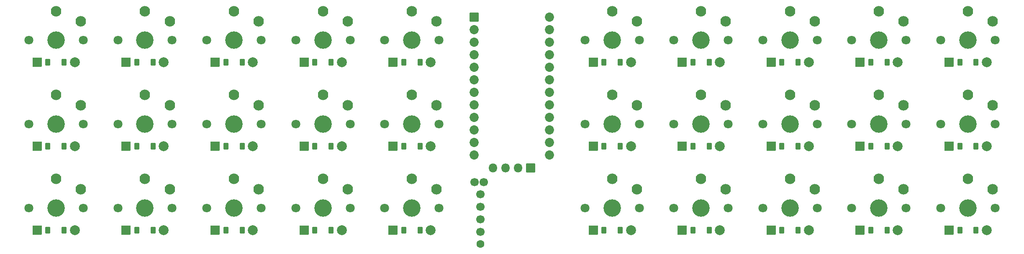
<source format=gbr>
%TF.GenerationSoftware,KiCad,Pcbnew,(6.0.4)*%
%TF.CreationDate,2022-07-04T17:45:24-04:00*%
%TF.ProjectId,satpad,73617470-6164-42e6-9b69-6361645f7063,v1.0.0*%
%TF.SameCoordinates,Original*%
%TF.FileFunction,Soldermask,Top*%
%TF.FilePolarity,Negative*%
%FSLAX46Y46*%
G04 Gerber Fmt 4.6, Leading zero omitted, Abs format (unit mm)*
G04 Created by KiCad (PCBNEW (6.0.4)) date 2022-07-04 17:45:24*
%MOMM*%
%LPD*%
G01*
G04 APERTURE LIST*
G04 Aperture macros list*
%AMRoundRect*
0 Rectangle with rounded corners*
0 $1 Rounding radius*
0 $2 $3 $4 $5 $6 $7 $8 $9 X,Y pos of 4 corners*
0 Add a 4 corners polygon primitive as box body*
4,1,4,$2,$3,$4,$5,$6,$7,$8,$9,$2,$3,0*
0 Add four circle primitives for the rounded corners*
1,1,$1+$1,$2,$3*
1,1,$1+$1,$4,$5*
1,1,$1+$1,$6,$7*
1,1,$1+$1,$8,$9*
0 Add four rect primitives between the rounded corners*
20,1,$1+$1,$2,$3,$4,$5,0*
20,1,$1+$1,$4,$5,$6,$7,0*
20,1,$1+$1,$6,$7,$8,$9,0*
20,1,$1+$1,$8,$9,$2,$3,0*%
G04 Aperture macros list end*
%ADD10C,2.005000*%
%ADD11RoundRect,0.050000X-0.450000X-0.600000X0.450000X-0.600000X0.450000X0.600000X-0.450000X0.600000X0*%
%ADD12RoundRect,0.050000X-0.889000X-0.889000X0.889000X-0.889000X0.889000X0.889000X-0.889000X0.889000X0*%
%ADD13C,3.529000*%
%ADD14C,1.801800*%
%ADD15C,2.132000*%
%ADD16RoundRect,0.050000X-0.876300X0.876300X-0.876300X-0.876300X0.876300X-0.876300X0.876300X0.876300X0*%
%ADD17C,1.852600*%
%ADD18C,1.600000*%
%ADD19C,1.700000*%
%ADD20RoundRect,0.050000X-0.850000X-0.850000X0.850000X-0.850000X0.850000X0.850000X-0.850000X0.850000X0*%
%ADD21O,1.800000X1.800000*%
G04 APERTURE END LIST*
D10*
%TO.C,D9*%
X39810000Y29500000D03*
D11*
X34350000Y29500000D03*
X37650000Y29500000D03*
D12*
X32190000Y29500000D03*
%TD*%
D13*
%TO.C,S12*%
X54000000Y34000000D03*
D14*
X59500000Y34000000D03*
X48500000Y34000000D03*
D15*
X59000000Y37800000D03*
X54000000Y39900000D03*
%TD*%
D14*
%TO.C,S7*%
X30500000Y0D03*
D13*
X36000000Y0D03*
D14*
X41500000Y0D03*
D15*
X41000000Y3800000D03*
X36000000Y5900000D03*
%TD*%
D13*
%TO.C,S4*%
X18000000Y0D03*
D14*
X23500000Y0D03*
X12500000Y0D03*
D15*
X23000000Y3800000D03*
X18000000Y5900000D03*
%TD*%
D11*
%TO.C,D1*%
X-1650000Y-4500000D03*
D10*
X3810000Y-4500000D03*
D12*
X-3810000Y-4500000D03*
D11*
X1650000Y-4500000D03*
%TD*%
D14*
%TO.C,S23*%
X143000000Y17000000D03*
D13*
X148500000Y17000000D03*
D14*
X154000000Y17000000D03*
D15*
X153500000Y20800000D03*
X148500000Y22900000D03*
%TD*%
D10*
%TO.C,D5*%
X21810000Y12500000D03*
D11*
X16350000Y12500000D03*
X19650000Y12500000D03*
D12*
X14190000Y12500000D03*
%TD*%
D11*
%TO.C,D11*%
X52350000Y12500000D03*
D10*
X57810000Y12500000D03*
D11*
X55650000Y12500000D03*
D12*
X50190000Y12500000D03*
%TD*%
D13*
%TO.C,S9*%
X36000000Y34000000D03*
D14*
X41500000Y34000000D03*
X30500000Y34000000D03*
D15*
X41000000Y37800000D03*
X36000000Y39900000D03*
%TD*%
D14*
%TO.C,S8*%
X41500000Y17000000D03*
D13*
X36000000Y17000000D03*
D14*
X30500000Y17000000D03*
D15*
X41000000Y20800000D03*
X36000000Y22900000D03*
%TD*%
D14*
%TO.C,S17*%
X118000000Y17000000D03*
D13*
X112500000Y17000000D03*
D14*
X107000000Y17000000D03*
D15*
X117500000Y20800000D03*
X112500000Y22900000D03*
%TD*%
D10*
%TO.C,D30*%
X188310000Y29500000D03*
D11*
X182850000Y29500000D03*
X186150000Y29500000D03*
D12*
X180690000Y29500000D03*
%TD*%
D11*
%TO.C,D19*%
X128850000Y-4500000D03*
D10*
X134310000Y-4500000D03*
D11*
X132150000Y-4500000D03*
D12*
X126690000Y-4500000D03*
%TD*%
D10*
%TO.C,D10*%
X57810000Y-4500000D03*
D11*
X52350000Y-4500000D03*
D12*
X50190000Y-4500000D03*
D11*
X55650000Y-4500000D03*
%TD*%
D10*
%TO.C,D8*%
X39810000Y12500000D03*
D11*
X34350000Y12500000D03*
X37650000Y12500000D03*
D12*
X32190000Y12500000D03*
%TD*%
D11*
%TO.C,D26*%
X164850000Y12500000D03*
D10*
X170310000Y12500000D03*
D11*
X168150000Y12500000D03*
D12*
X162690000Y12500000D03*
%TD*%
D14*
%TO.C,S3*%
X-5500000Y34000000D03*
X5500000Y34000000D03*
D13*
X0Y34000000D03*
D15*
X5000000Y37800000D03*
X0Y39900000D03*
%TD*%
D10*
%TO.C,D25*%
X170310000Y-4500000D03*
D11*
X164850000Y-4500000D03*
X168150000Y-4500000D03*
D12*
X162690000Y-4500000D03*
%TD*%
D16*
%TO.C,MCU1*%
X84630000Y38720000D03*
D17*
X84630000Y36180000D03*
X84630000Y33640000D03*
X84630000Y31100000D03*
X84630000Y28560000D03*
X84630000Y26020000D03*
X84630000Y23480000D03*
X84630000Y20940000D03*
X84630000Y18400000D03*
X84630000Y15860000D03*
X84630000Y13320000D03*
X84630000Y10780000D03*
X99870000Y38720000D03*
X99870000Y36180000D03*
X99870000Y33640000D03*
X99870000Y31100000D03*
X99870000Y28560000D03*
X99870000Y26020000D03*
X99870000Y23480000D03*
X99870000Y20940000D03*
X99870000Y18400000D03*
X99870000Y15860000D03*
X99870000Y13320000D03*
X99870000Y10780000D03*
%TD*%
D13*
%TO.C,S15*%
X72000000Y34000000D03*
D14*
X77500000Y34000000D03*
X66500000Y34000000D03*
D15*
X77000000Y37800000D03*
X72000000Y39900000D03*
%TD*%
D11*
%TO.C,D4*%
X16350000Y-4500000D03*
D10*
X21810000Y-4500000D03*
D11*
X19650000Y-4500000D03*
D12*
X14190000Y-4500000D03*
%TD*%
D11*
%TO.C,D7*%
X34350000Y-4500000D03*
D10*
X39810000Y-4500000D03*
D11*
X37650000Y-4500000D03*
D12*
X32190000Y-4500000D03*
%TD*%
D14*
%TO.C,S30*%
X190000000Y34000000D03*
D13*
X184500000Y34000000D03*
D14*
X179000000Y34000000D03*
D15*
X189500000Y37800000D03*
X184500000Y39900000D03*
%TD*%
D14*
%TO.C,S2*%
X5500000Y17000000D03*
X-5500000Y17000000D03*
D13*
X0Y17000000D03*
D15*
X5000000Y20800000D03*
X0Y22900000D03*
%TD*%
D11*
%TO.C,D17*%
X110850000Y12500000D03*
D10*
X116310000Y12500000D03*
D11*
X114150000Y12500000D03*
D12*
X108690000Y12500000D03*
%TD*%
D18*
%TO.C,REF\u002A\u002A*%
X85875000Y-7300000D03*
D19*
X85875000Y2810000D03*
X85875000Y270000D03*
X85875000Y-2270000D03*
X85875000Y-4810000D03*
X84650000Y5200000D03*
X86500000Y5200000D03*
%TD*%
D10*
%TO.C,D13*%
X75810000Y-4500000D03*
D11*
X70350000Y-4500000D03*
X73650000Y-4500000D03*
D12*
X68190000Y-4500000D03*
%TD*%
D14*
%TO.C,S18*%
X107000000Y34000000D03*
D13*
X112500000Y34000000D03*
D14*
X118000000Y34000000D03*
D15*
X117500000Y37800000D03*
X112500000Y39900000D03*
%TD*%
D10*
%TO.C,D14*%
X75810000Y12500000D03*
D11*
X70350000Y12500000D03*
D12*
X68190000Y12500000D03*
D11*
X73650000Y12500000D03*
%TD*%
D13*
%TO.C,S6*%
X18000000Y34000000D03*
D14*
X12500000Y34000000D03*
X23500000Y34000000D03*
D15*
X23000000Y37800000D03*
X18000000Y39900000D03*
%TD*%
D10*
%TO.C,D16*%
X116310000Y-4500000D03*
D11*
X110850000Y-4500000D03*
X114150000Y-4500000D03*
D12*
X108690000Y-4500000D03*
%TD*%
D14*
%TO.C,S16*%
X107000000Y0D03*
X118000000Y0D03*
D13*
X112500000Y0D03*
D15*
X117500000Y3800000D03*
X112500000Y5900000D03*
%TD*%
D14*
%TO.C,S25*%
X172000000Y0D03*
D13*
X166500000Y0D03*
D14*
X161000000Y0D03*
D15*
X171500000Y3800000D03*
X166500000Y5900000D03*
%TD*%
D14*
%TO.C,S19*%
X136000000Y0D03*
X125000000Y0D03*
D13*
X130500000Y0D03*
D15*
X135500000Y3800000D03*
X130500000Y5900000D03*
%TD*%
D10*
%TO.C,D24*%
X152310000Y29500000D03*
D11*
X146850000Y29500000D03*
X150150000Y29500000D03*
D12*
X144690000Y29500000D03*
%TD*%
D13*
%TO.C,S24*%
X148500000Y34000000D03*
D14*
X154000000Y34000000D03*
X143000000Y34000000D03*
D15*
X153500000Y37800000D03*
X148500000Y39900000D03*
%TD*%
D13*
%TO.C,S29*%
X184500000Y17000000D03*
D14*
X190000000Y17000000D03*
X179000000Y17000000D03*
D15*
X189500000Y20800000D03*
X184500000Y22900000D03*
%TD*%
D11*
%TO.C,D21*%
X128850000Y29500000D03*
D10*
X134310000Y29500000D03*
D12*
X126690000Y29500000D03*
D11*
X132150000Y29500000D03*
%TD*%
D14*
%TO.C,S13*%
X66500000Y0D03*
X77500000Y0D03*
D13*
X72000000Y0D03*
D15*
X77000000Y3800000D03*
X72000000Y5900000D03*
%TD*%
D11*
%TO.C,D29*%
X182850000Y12500000D03*
D10*
X188310000Y12500000D03*
D12*
X180690000Y12500000D03*
D11*
X186150000Y12500000D03*
%TD*%
D14*
%TO.C,S26*%
X172000000Y17000000D03*
D13*
X166500000Y17000000D03*
D14*
X161000000Y17000000D03*
D15*
X171500000Y20800000D03*
X166500000Y22900000D03*
%TD*%
D11*
%TO.C,D20*%
X128850000Y12500000D03*
D10*
X134310000Y12500000D03*
D11*
X132150000Y12500000D03*
D12*
X126690000Y12500000D03*
%TD*%
D14*
%TO.C,S21*%
X136000000Y34000000D03*
X125000000Y34000000D03*
D13*
X130500000Y34000000D03*
D15*
X135500000Y37800000D03*
X130500000Y39900000D03*
%TD*%
D14*
%TO.C,S20*%
X136000000Y17000000D03*
D13*
X130500000Y17000000D03*
D14*
X125000000Y17000000D03*
D15*
X135500000Y20800000D03*
X130500000Y22900000D03*
%TD*%
D10*
%TO.C,D15*%
X75810000Y29500000D03*
D11*
X70350000Y29500000D03*
X73650000Y29500000D03*
D12*
X68190000Y29500000D03*
%TD*%
D14*
%TO.C,S5*%
X12500000Y17000000D03*
D13*
X18000000Y17000000D03*
D14*
X23500000Y17000000D03*
D15*
X23000000Y20800000D03*
X18000000Y22900000D03*
%TD*%
D11*
%TO.C,D22*%
X146850000Y-4500000D03*
D10*
X152310000Y-4500000D03*
D11*
X150150000Y-4500000D03*
D12*
X144690000Y-4500000D03*
%TD*%
D14*
%TO.C,S1*%
X5500000Y0D03*
D13*
X0Y0D03*
D14*
X-5500000Y0D03*
D15*
X5000000Y3800000D03*
X0Y5900000D03*
%TD*%
D20*
%TO.C,OLED1*%
X96050000Y8100000D03*
D21*
X93510000Y8100000D03*
X90970000Y8100000D03*
X88430000Y8100000D03*
%TD*%
D11*
%TO.C,D28*%
X182850000Y-4500000D03*
D10*
X188310000Y-4500000D03*
D11*
X186150000Y-4500000D03*
D12*
X180690000Y-4500000D03*
%TD*%
D11*
%TO.C,D6*%
X16350000Y29500000D03*
D10*
X21810000Y29500000D03*
D11*
X19650000Y29500000D03*
D12*
X14190000Y29500000D03*
%TD*%
D13*
%TO.C,S27*%
X166500000Y34000000D03*
D14*
X161000000Y34000000D03*
X172000000Y34000000D03*
D15*
X171500000Y37800000D03*
X166500000Y39900000D03*
%TD*%
D14*
%TO.C,S22*%
X154000000Y0D03*
X143000000Y0D03*
D13*
X148500000Y0D03*
D15*
X153500000Y3800000D03*
X148500000Y5900000D03*
%TD*%
D11*
%TO.C,D18*%
X110850000Y29500000D03*
D10*
X116310000Y29500000D03*
D11*
X114150000Y29500000D03*
D12*
X108690000Y29500000D03*
%TD*%
D14*
%TO.C,S11*%
X48500000Y17000000D03*
D13*
X54000000Y17000000D03*
D14*
X59500000Y17000000D03*
D15*
X59000000Y20800000D03*
X54000000Y22900000D03*
%TD*%
D13*
%TO.C,S10*%
X54000000Y0D03*
D14*
X48500000Y0D03*
X59500000Y0D03*
D15*
X59000000Y3800000D03*
X54000000Y5900000D03*
%TD*%
D10*
%TO.C,D23*%
X152310000Y12500000D03*
D11*
X146850000Y12500000D03*
D12*
X144690000Y12500000D03*
D11*
X150150000Y12500000D03*
%TD*%
D10*
%TO.C,D2*%
X3810000Y12500000D03*
D11*
X-1650000Y12500000D03*
X1650000Y12500000D03*
D12*
X-3810000Y12500000D03*
%TD*%
D14*
%TO.C,S14*%
X66500000Y17000000D03*
D13*
X72000000Y17000000D03*
D14*
X77500000Y17000000D03*
D15*
X77000000Y20800000D03*
X72000000Y22900000D03*
%TD*%
D10*
%TO.C,D27*%
X170310000Y29500000D03*
D11*
X164850000Y29500000D03*
D12*
X162690000Y29500000D03*
D11*
X168150000Y29500000D03*
%TD*%
D13*
%TO.C,S28*%
X184500000Y0D03*
D14*
X179000000Y0D03*
X190000000Y0D03*
D15*
X189500000Y3800000D03*
X184500000Y5900000D03*
%TD*%
D10*
%TO.C,D3*%
X3810000Y29500000D03*
D11*
X-1650000Y29500000D03*
D12*
X-3810000Y29500000D03*
D11*
X1650000Y29500000D03*
%TD*%
%TO.C,D12*%
X52350000Y29500000D03*
D10*
X57810000Y29500000D03*
D12*
X50190000Y29500000D03*
D11*
X55650000Y29500000D03*
%TD*%
M02*

</source>
